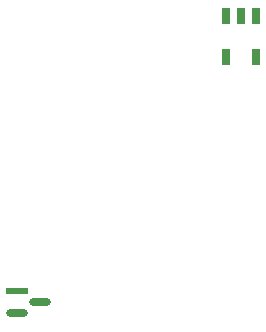
<source format=gtp>
G04*
G04 #@! TF.GenerationSoftware,Altium Limited,Altium Designer,25.3.3 (18)*
G04*
G04 Layer_Color=8421504*
%FSLAX44Y44*%
%MOMM*%
G71*
G04*
G04 #@! TF.SameCoordinates,7BAC5DB1-1822-44E0-8DEC-335B346F4B17*
G04*
G04*
G04 #@! TF.FilePolarity,Positive*
G04*
G01*
G75*
%ADD10R,0.7600X1.4000*%
G04:AMPARAMS|DCode=11|XSize=1.8242mm|YSize=0.618mm|CornerRadius=0.309mm|HoleSize=0mm|Usage=FLASHONLY|Rotation=0.000|XOffset=0mm|YOffset=0mm|HoleType=Round|Shape=RoundedRectangle|*
%AMROUNDEDRECTD11*
21,1,1.8242,0.0000,0,0,0.0*
21,1,1.2063,0.6180,0,0,0.0*
1,1,0.6180,0.6031,0.0000*
1,1,0.6180,-0.6031,0.0000*
1,1,0.6180,-0.6031,0.0000*
1,1,0.6180,0.6031,0.0000*
%
%ADD11ROUNDEDRECTD11*%
%ADD12R,1.8242X0.6180*%
D10*
X205740Y274960D02*
D03*
X218440D02*
D03*
X231140D02*
D03*
Y240660D02*
D03*
X205740D02*
D03*
D11*
X48260Y33020D02*
D03*
X29056Y23520D02*
D03*
D12*
Y42520D02*
D03*
M02*

</source>
